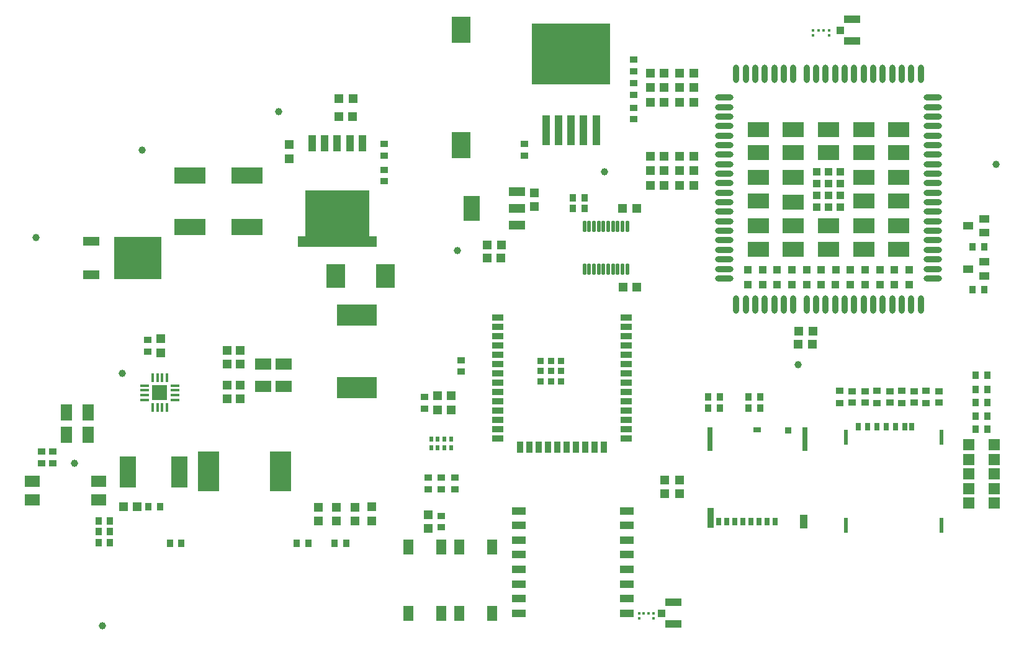
<source format=gtp>
G04*
G04 #@! TF.GenerationSoftware,Altium Limited,Altium Designer,24.5.2 (23)*
G04*
G04 Layer_Color=8421504*
%FSLAX25Y25*%
%MOIN*%
G70*
G04*
G04 #@! TF.SameCoordinates,0B6ABAA2-CCE4-471A-9BB9-6C60CE704F84*
G04*
G04*
G04 #@! TF.FilePolarity,Positive*
G04*
G01*
G75*
%ADD16R,0.04134X0.03071*%
%ADD17R,0.03543X0.03661*%
%ADD18R,0.02756X0.13110*%
%ADD19R,0.03386X0.11024*%
%ADD20R,0.04488X0.07205*%
%ADD21R,0.02756X0.04331*%
%ADD22R,0.04724X0.05118*%
%ADD23C,0.03937*%
%ADD24R,0.05906X0.05906*%
%ADD25R,0.01378X0.01575*%
G04:AMPARAMS|DCode=26|XSize=98.43mil|YSize=31.5mil|CornerRadius=15.75mil|HoleSize=0mil|Usage=FLASHONLY|Rotation=90.000|XOffset=0mil|YOffset=0mil|HoleType=Round|Shape=RoundedRectangle|*
%AMROUNDEDRECTD26*
21,1,0.09843,0.00000,0,0,90.0*
21,1,0.06693,0.03150,0,0,90.0*
1,1,0.03150,0.00000,0.03347*
1,1,0.03150,0.00000,-0.03347*
1,1,0.03150,0.00000,-0.03347*
1,1,0.03150,0.00000,0.03347*
%
%ADD26ROUNDEDRECTD26*%
%ADD27R,0.04331X0.04331*%
G04:AMPARAMS|DCode=28|XSize=98.43mil|YSize=31.5mil|CornerRadius=15.75mil|HoleSize=0mil|Usage=FLASHONLY|Rotation=180.000|XOffset=0mil|YOffset=0mil|HoleType=Round|Shape=RoundedRectangle|*
%AMROUNDEDRECTD28*
21,1,0.09843,0.00000,0,0,180.0*
21,1,0.06693,0.03150,0,0,180.0*
1,1,0.03150,-0.03347,0.00000*
1,1,0.03150,0.03347,0.00000*
1,1,0.03150,0.03347,0.00000*
1,1,0.03150,-0.03347,0.00000*
%
%ADD28ROUNDEDRECTD28*%
%ADD29R,0.11811X0.07874*%
%ADD30R,0.04016X0.03701*%
%ADD31R,0.03937X0.03543*%
%ADD32R,0.01575X0.01575*%
%ADD33R,0.05118X0.04724*%
%ADD34R,0.10236X0.14173*%
%ADD35R,0.03701X0.04016*%
%ADD36R,0.05512X0.08268*%
%ADD37R,0.05906X0.03543*%
%ADD38R,0.03543X0.05906*%
%ADD39R,0.03543X0.03543*%
%ADD40R,0.01968X0.03150*%
%ADD41R,0.08661X0.04134*%
%ADD42R,0.04331X0.03937*%
%ADD43R,0.05512X0.03937*%
%ADD44R,0.07677X0.04134*%
%ADD45R,0.04213X0.08504*%
%ADD46R,0.04100X0.15900*%
%ADD47R,0.08661X0.13780*%
%ADD48R,0.08661X0.04724*%
%ADD49R,0.09843X0.12992*%
%ADD50R,0.11417X0.21260*%
%ADD51R,0.05906X0.08661*%
%ADD52R,0.08661X0.05906*%
%ADD53R,0.08268X0.08268*%
%ADD54R,0.04724X0.01181*%
%ADD55R,0.01181X0.04724*%
%ADD56R,0.08661X0.16929*%
%ADD57R,0.08976X0.04724*%
%ADD58R,0.25197X0.22835*%
%ADD59R,0.08268X0.05906*%
G04:AMPARAMS|DCode=60|XSize=59.06mil|YSize=17.72mil|CornerRadius=1.97mil|HoleSize=0mil|Usage=FLASHONLY|Rotation=270.000|XOffset=0mil|YOffset=0mil|HoleType=Round|Shape=RoundedRectangle|*
%AMROUNDEDRECTD60*
21,1,0.05906,0.01378,0,0,270.0*
21,1,0.05512,0.01772,0,0,270.0*
1,1,0.00394,-0.00689,-0.02756*
1,1,0.00394,-0.00689,0.02756*
1,1,0.00394,0.00689,0.02756*
1,1,0.00394,0.00689,-0.02756*
%
%ADD60ROUNDEDRECTD60*%
%ADD61R,0.42300X0.32700*%
%ADD62R,0.21260X0.11417*%
%ADD63R,0.16929X0.08661*%
%ADD64R,0.02284X0.08268*%
%ADD65R,0.02559X0.04449*%
%ADD66R,0.02953X0.04449*%
G36*
X190701Y221346D02*
X194835D01*
Y215559D01*
X152315D01*
Y221346D01*
X156449D01*
Y245756D01*
X190701D01*
Y221346D01*
D02*
G37*
D16*
X398937Y117205D02*
D03*
D17*
X415728Y116909D02*
D03*
D18*
X373799Y112185D02*
D03*
X424823D02*
D03*
D19*
X374114Y69803D02*
D03*
D20*
X423957Y67894D02*
D03*
D21*
X378366Y67835D02*
D03*
X382697D02*
D03*
X387028D02*
D03*
X391358D02*
D03*
X395689D02*
D03*
X400020D02*
D03*
X404350D02*
D03*
X408681D02*
D03*
D22*
X421205Y163351D02*
D03*
X254134Y216507D02*
D03*
X261614D02*
D03*
X254012Y209578D02*
D03*
X261492D02*
D03*
X326969Y193898D02*
D03*
X334449D02*
D03*
X66227Y76021D02*
D03*
X58746D02*
D03*
X428937Y170276D02*
D03*
X421457D02*
D03*
X334329Y236221D02*
D03*
X326849D02*
D03*
X341732Y264370D02*
D03*
X349213D02*
D03*
X341732Y256496D02*
D03*
X349213D02*
D03*
X341732Y248622D02*
D03*
X349213D02*
D03*
X364961Y248622D02*
D03*
X357480D02*
D03*
X364961Y256496D02*
D03*
X357480D02*
D03*
X364961Y264370D02*
D03*
X357480D02*
D03*
X349213Y293307D02*
D03*
X341732D02*
D03*
X349213Y301181D02*
D03*
X341732D02*
D03*
X349213Y309055D02*
D03*
X341732D02*
D03*
X357480Y309055D02*
D03*
X364961D02*
D03*
X357480Y301181D02*
D03*
X364961D02*
D03*
X357480Y293307D02*
D03*
X364961D02*
D03*
X181962Y295205D02*
D03*
X174481D02*
D03*
X181890Y285433D02*
D03*
X174409D02*
D03*
X428686Y163351D02*
D03*
D23*
X421205Y152400D02*
D03*
X68898Y267717D02*
D03*
X238189Y213583D02*
D03*
X32480Y99410D02*
D03*
X316929Y255906D02*
D03*
X58071Y147638D02*
D03*
X142126Y288386D02*
D03*
X47244Y11811D02*
D03*
X527559Y259842D02*
D03*
X11811Y220472D02*
D03*
D24*
X526575Y109252D02*
D03*
Y101378D02*
D03*
X512795Y109252D02*
D03*
Y101378D02*
D03*
X526575Y93504D02*
D03*
X512795D02*
D03*
X526575Y85630D02*
D03*
X512795D02*
D03*
Y77756D02*
D03*
X526575D02*
D03*
D25*
X434744Y332035D02*
D03*
X432185D02*
D03*
X340720Y18590D02*
D03*
X338160D02*
D03*
D26*
X425591Y308465D02*
D03*
X430709D02*
D03*
Y184449D02*
D03*
X425591D02*
D03*
X387795Y308465D02*
D03*
X392913D02*
D03*
X398031D02*
D03*
X403150D02*
D03*
X408268D02*
D03*
X413386D02*
D03*
X418504D02*
D03*
X435827D02*
D03*
X440945D02*
D03*
X446063D02*
D03*
X451181D02*
D03*
X456299D02*
D03*
X461417D02*
D03*
X466536D02*
D03*
X471654D02*
D03*
X476772D02*
D03*
X481890D02*
D03*
X487008D02*
D03*
Y184449D02*
D03*
X481890D02*
D03*
X476772D02*
D03*
X471654D02*
D03*
X466536D02*
D03*
X461417D02*
D03*
X456299D02*
D03*
X451181D02*
D03*
X446063D02*
D03*
X440945D02*
D03*
X435827D02*
D03*
X418504D02*
D03*
X413386D02*
D03*
X408268D02*
D03*
X403150D02*
D03*
X398031D02*
D03*
X392913D02*
D03*
X387795D02*
D03*
D27*
X480709Y195276D02*
D03*
X472835D02*
D03*
X464961D02*
D03*
X457087D02*
D03*
X449213D02*
D03*
X440945D02*
D03*
X433465D02*
D03*
X425591D02*
D03*
X417717D02*
D03*
X409842D02*
D03*
X401968D02*
D03*
X394094D02*
D03*
X480709Y203150D02*
D03*
X472835D02*
D03*
X464961D02*
D03*
X457087D02*
D03*
X449213D02*
D03*
X441339D02*
D03*
X433465D02*
D03*
X425591D02*
D03*
X417717D02*
D03*
X409842D02*
D03*
X401968D02*
D03*
X394094D02*
D03*
X443701Y237008D02*
D03*
X437402D02*
D03*
X431102D02*
D03*
X443701Y243307D02*
D03*
X437402D02*
D03*
X431102D02*
D03*
X443701Y249606D02*
D03*
X437402D02*
D03*
X431102D02*
D03*
X443701Y255906D02*
D03*
X437402D02*
D03*
X431102D02*
D03*
D28*
X493504Y198622D02*
D03*
Y203740D02*
D03*
X381299Y198622D02*
D03*
Y203740D02*
D03*
Y208858D02*
D03*
Y213976D02*
D03*
Y219094D02*
D03*
Y224213D02*
D03*
Y229331D02*
D03*
Y234449D02*
D03*
Y239567D02*
D03*
Y244685D02*
D03*
Y249803D02*
D03*
Y254921D02*
D03*
Y260039D02*
D03*
Y265158D02*
D03*
Y270276D02*
D03*
Y275394D02*
D03*
Y280512D02*
D03*
Y285630D02*
D03*
Y290748D02*
D03*
Y295866D02*
D03*
X493504D02*
D03*
Y290748D02*
D03*
Y285630D02*
D03*
Y280512D02*
D03*
Y275394D02*
D03*
Y270276D02*
D03*
Y265158D02*
D03*
Y260039D02*
D03*
Y254921D02*
D03*
Y249803D02*
D03*
Y244685D02*
D03*
Y239567D02*
D03*
Y234449D02*
D03*
Y229331D02*
D03*
Y224213D02*
D03*
Y219094D02*
D03*
Y213976D02*
D03*
Y208858D02*
D03*
D29*
X475197Y214173D02*
D03*
X456299D02*
D03*
X437402D02*
D03*
X418504D02*
D03*
X399606D02*
D03*
X475197Y226772D02*
D03*
X456299D02*
D03*
X437402D02*
D03*
X418504D02*
D03*
X399606D02*
D03*
X475197Y240158D02*
D03*
X456299D02*
D03*
X418504Y239567D02*
D03*
X399606Y240158D02*
D03*
X475197Y252756D02*
D03*
X456299D02*
D03*
X418504D02*
D03*
X399606D02*
D03*
X475197Y266142D02*
D03*
X456299D02*
D03*
X437402D02*
D03*
X418504D02*
D03*
X399606D02*
D03*
X475197Y278740D02*
D03*
X456299D02*
D03*
X437402D02*
D03*
X418504D02*
D03*
X399606D02*
D03*
D30*
X240158Y148465D02*
D03*
Y154685D02*
D03*
X14764Y99252D02*
D03*
Y105473D02*
D03*
X20669D02*
D03*
Y99252D02*
D03*
X229331Y71024D02*
D03*
Y64803D02*
D03*
X222441Y85276D02*
D03*
Y91496D02*
D03*
X229331Y85276D02*
D03*
Y91496D02*
D03*
X236653Y85276D02*
D03*
Y91496D02*
D03*
X220472Y128583D02*
D03*
Y134803D02*
D03*
X71850Y165512D02*
D03*
Y159291D02*
D03*
X274232Y270827D02*
D03*
Y264606D02*
D03*
X332677Y316102D02*
D03*
Y309882D02*
D03*
Y303465D02*
D03*
Y297244D02*
D03*
Y290354D02*
D03*
Y284134D02*
D03*
X198819Y264606D02*
D03*
Y270827D02*
D03*
Y250827D02*
D03*
Y257047D02*
D03*
X496673Y138035D02*
D03*
Y131814D02*
D03*
X483290Y138035D02*
D03*
Y131814D02*
D03*
X470351Y138035D02*
D03*
Y131814D02*
D03*
X450019Y138035D02*
D03*
Y131814D02*
D03*
X456931Y138035D02*
D03*
Y131814D02*
D03*
D31*
X463509Y138271D02*
D03*
Y131578D02*
D03*
X443291Y131578D02*
D03*
Y138271D02*
D03*
X476880Y138271D02*
D03*
Y131578D02*
D03*
X489822Y138271D02*
D03*
Y131578D02*
D03*
D32*
X437626Y332035D02*
D03*
Y329279D02*
D03*
X429134Y332087D02*
D03*
Y329331D02*
D03*
X335677Y18590D02*
D03*
Y15834D02*
D03*
X343377Y15834D02*
D03*
Y18590D02*
D03*
D33*
X114556Y141375D02*
D03*
Y133895D02*
D03*
X78740Y158661D02*
D03*
Y166142D02*
D03*
X114556Y152565D02*
D03*
Y160046D02*
D03*
X121446Y141375D02*
D03*
Y133895D02*
D03*
X121446Y152565D02*
D03*
Y160046D02*
D03*
X279528Y244685D02*
D03*
Y237205D02*
D03*
X349409Y90354D02*
D03*
Y82874D02*
D03*
X357283Y90354D02*
D03*
Y82874D02*
D03*
X222441Y71653D02*
D03*
Y64173D02*
D03*
X227362Y135433D02*
D03*
Y127953D02*
D03*
X234685Y135433D02*
D03*
Y127953D02*
D03*
X191929Y75787D02*
D03*
Y68307D02*
D03*
X183071Y75590D02*
D03*
Y68110D02*
D03*
X147638Y262992D02*
D03*
Y270472D02*
D03*
X173228Y68110D02*
D03*
Y75590D02*
D03*
X163386D02*
D03*
Y68110D02*
D03*
D34*
X240158Y270098D02*
D03*
Y332264D02*
D03*
D35*
X522795Y117508D02*
D03*
X516575D02*
D03*
X372716Y134769D02*
D03*
X378937D02*
D03*
X400693Y134769D02*
D03*
X394472D02*
D03*
X372716Y128937D02*
D03*
X378937D02*
D03*
X400693Y128937D02*
D03*
X394472D02*
D03*
X522795Y146465D02*
D03*
X516575D02*
D03*
X522795Y139020D02*
D03*
X516575D02*
D03*
Y124646D02*
D03*
X522795D02*
D03*
Y131972D02*
D03*
X516575D02*
D03*
X83673Y56102D02*
D03*
X89892D02*
D03*
X151813Y56102D02*
D03*
X158031D02*
D03*
X172087D02*
D03*
X178307D02*
D03*
X306298Y242059D02*
D03*
X300077D02*
D03*
X306298Y236221D02*
D03*
X300077D02*
D03*
X521128Y192547D02*
D03*
X514907D02*
D03*
X521128Y215598D02*
D03*
X514907D02*
D03*
X78392Y76021D02*
D03*
X72172D02*
D03*
X45305Y68262D02*
D03*
X51525D02*
D03*
X51525Y62441D02*
D03*
X45305D02*
D03*
X45305Y56619D02*
D03*
X51525D02*
D03*
D36*
X229331Y54331D02*
D03*
X211614D02*
D03*
Y18504D02*
D03*
X229331D02*
D03*
X239173D02*
D03*
X256890D02*
D03*
Y54331D02*
D03*
X239173D02*
D03*
D37*
X259842Y177677D02*
D03*
Y172677D02*
D03*
X259842Y167677D02*
D03*
X259842Y162677D02*
D03*
Y157677D02*
D03*
Y152677D02*
D03*
Y147677D02*
D03*
Y142677D02*
D03*
Y137677D02*
D03*
Y132677D02*
D03*
X259842Y127677D02*
D03*
X259842Y122677D02*
D03*
Y117677D02*
D03*
Y112677D02*
D03*
X328740D02*
D03*
Y117677D02*
D03*
Y122677D02*
D03*
X328740Y127677D02*
D03*
X328740Y132677D02*
D03*
Y137677D02*
D03*
Y142677D02*
D03*
Y147677D02*
D03*
Y152677D02*
D03*
Y157677D02*
D03*
Y162677D02*
D03*
X328740Y167677D02*
D03*
X328740Y172677D02*
D03*
Y177677D02*
D03*
D38*
X271811Y107756D02*
D03*
X276811Y107756D02*
D03*
X281811Y107756D02*
D03*
X286811D02*
D03*
X291811Y107756D02*
D03*
X296811Y107756D02*
D03*
X301811Y107756D02*
D03*
X306811Y107756D02*
D03*
X311811D02*
D03*
X316811Y107756D02*
D03*
D39*
X282874Y154291D02*
D03*
X288386D02*
D03*
X293898D02*
D03*
X282874Y148779D02*
D03*
X288386D02*
D03*
X293898Y148779D02*
D03*
X282874Y143268D02*
D03*
X288386D02*
D03*
X293898D02*
D03*
D40*
X224012Y107677D02*
D03*
X227555D02*
D03*
X231099D02*
D03*
X234642D02*
D03*
Y112401D02*
D03*
X231099D02*
D03*
X227555D02*
D03*
X224012D02*
D03*
D41*
X450198Y337841D02*
D03*
Y326227D02*
D03*
X354105Y24438D02*
D03*
Y12823D02*
D03*
D42*
X443702Y332034D02*
D03*
X347609Y18631D02*
D03*
D43*
X512402Y203740D02*
D03*
X521063Y207480D02*
D03*
Y200000D02*
D03*
X512402Y226916D02*
D03*
X521063Y230656D02*
D03*
Y223175D02*
D03*
D44*
X270936Y73749D02*
D03*
Y65875D02*
D03*
Y58001D02*
D03*
Y50127D02*
D03*
Y42253D02*
D03*
Y34379D02*
D03*
Y26505D02*
D03*
Y18631D02*
D03*
X329204D02*
D03*
Y26505D02*
D03*
Y34379D02*
D03*
Y42253D02*
D03*
Y50127D02*
D03*
Y58001D02*
D03*
Y65875D02*
D03*
Y73749D02*
D03*
D45*
X186961Y271346D02*
D03*
X180268D02*
D03*
X173575D02*
D03*
X166882D02*
D03*
X160189D02*
D03*
D46*
X292520Y278350D02*
D03*
X285827D02*
D03*
X299213D02*
D03*
X305906D02*
D03*
X312598D02*
D03*
D47*
X245669Y236221D02*
D03*
D48*
X270079Y245276D02*
D03*
Y236221D02*
D03*
Y227165D02*
D03*
D49*
X172638Y199803D02*
D03*
X199409D02*
D03*
D50*
X104264Y94874D02*
D03*
X143241D02*
D03*
D51*
X39835Y126428D02*
D03*
X28024D02*
D03*
X39835Y114618D02*
D03*
X28024D02*
D03*
D52*
X144685Y152559D02*
D03*
Y140748D02*
D03*
X133858Y152559D02*
D03*
Y140748D02*
D03*
D53*
X78209Y137185D02*
D03*
D54*
X70138Y133346D02*
D03*
Y135906D02*
D03*
Y138465D02*
D03*
Y141024D02*
D03*
X86279Y138465D02*
D03*
Y135906D02*
D03*
Y133346D02*
D03*
Y141024D02*
D03*
D55*
X74370Y145256D02*
D03*
X76929D02*
D03*
X79488D02*
D03*
X82047D02*
D03*
Y129114D02*
D03*
X79488D02*
D03*
X76929D02*
D03*
X74370D02*
D03*
D56*
X88583Y94488D02*
D03*
X61024D02*
D03*
D57*
X41417Y200590D02*
D03*
Y218701D02*
D03*
D58*
X66417Y209646D02*
D03*
D59*
X9646Y79646D02*
D03*
Y89646D02*
D03*
X45472D02*
D03*
Y79646D02*
D03*
D60*
X329323Y226522D02*
D03*
X326764D02*
D03*
X324205D02*
D03*
X321646D02*
D03*
X319087D02*
D03*
X316528D02*
D03*
X313969D02*
D03*
X311410D02*
D03*
X308851D02*
D03*
X306292D02*
D03*
Y203688D02*
D03*
X308851D02*
D03*
X311410D02*
D03*
X313969D02*
D03*
X316528D02*
D03*
X319087D02*
D03*
X321646D02*
D03*
X324205D02*
D03*
X326764D02*
D03*
X329323D02*
D03*
D61*
X299213Y319094D02*
D03*
D62*
X184055Y178937D02*
D03*
Y139961D02*
D03*
D63*
X94488Y226378D02*
D03*
Y253937D02*
D03*
X125000Y226378D02*
D03*
Y253937D02*
D03*
D64*
X446850Y113218D02*
D03*
Y65974D02*
D03*
X498032D02*
D03*
Y113218D02*
D03*
D65*
X482205Y119065D02*
D03*
D66*
X458465D02*
D03*
X468465D02*
D03*
X478465D02*
D03*
X453465D02*
D03*
X463465D02*
D03*
X473465D02*
D03*
M02*

</source>
